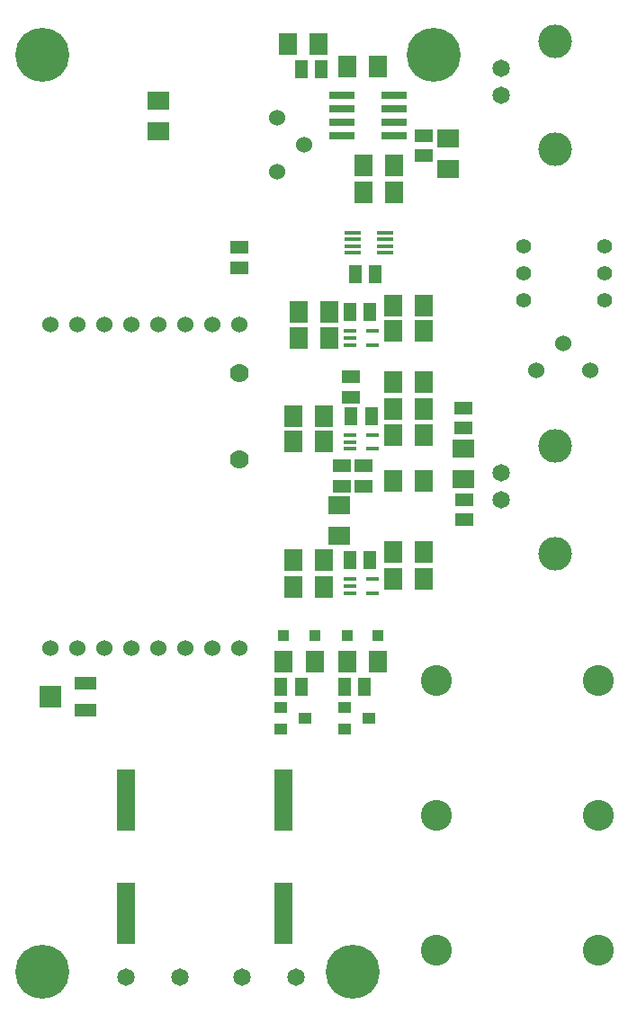
<source format=gbr>
G04 #@! TF.FileFunction,Soldermask,Top*
%FSLAX46Y46*%
G04 Gerber Fmt 4.6, Leading zero omitted, Abs format (unit mm)*
G04 Created by KiCad (PCBNEW (after 2015-mar-04 BZR unknown)-product) date 11/22/2015 6:31:28 PM*
%MOMM*%
G01*
G04 APERTURE LIST*
%ADD10C,0.100000*%
%ADD11R,2.032000X2.032000*%
%ADD12R,2.159000X1.270000*%
%ADD13R,1.524000X0.457200*%
%ADD14R,2.387600X0.787400*%
%ADD15R,1.168400X0.457200*%
%ADD16C,1.651000*%
%ADD17C,1.397000*%
%ADD18C,1.524000*%
%ADD19R,1.143000X1.651000*%
%ADD20R,1.651000X2.032000*%
%ADD21R,2.032000X1.651000*%
%ADD22R,1.651000X1.143000*%
%ADD23R,1.270000X1.016000*%
%ADD24C,2.921000*%
%ADD25C,3.175000*%
%ADD26R,1.016000X1.016000*%
%ADD27R,1.778000X5.842000*%
%ADD28C,1.778000*%
%ADD29C,5.080000*%
G04 APERTURE END LIST*
D10*
D11*
X29972000Y-89662000D03*
D12*
X33274000Y-88392000D03*
X33274000Y-90932000D03*
D13*
X58420000Y-45974000D03*
X58420000Y-46609000D03*
X58420000Y-47244000D03*
X58420000Y-47879000D03*
X61468000Y-45974000D03*
X61468000Y-46609000D03*
X61468000Y-47244000D03*
X61468000Y-47879000D03*
D14*
X57404000Y-33020000D03*
X57404000Y-34290000D03*
X57404000Y-35560000D03*
X57404000Y-36830000D03*
X62357000Y-36830000D03*
X62357000Y-35560000D03*
X62357000Y-34290000D03*
X62357000Y-33020000D03*
D15*
X60325000Y-55245000D03*
X60325000Y-56565800D03*
X58166000Y-55245000D03*
X58166000Y-56565800D03*
X58166000Y-55905400D03*
X60325000Y-65024000D03*
X60325000Y-66344800D03*
X58166000Y-65024000D03*
X58166000Y-66344800D03*
X58166000Y-65684400D03*
X60325000Y-78613000D03*
X60325000Y-79933800D03*
X58166000Y-78613000D03*
X58166000Y-79933800D03*
X58166000Y-79273400D03*
D16*
X53086000Y-116078000D03*
X48006000Y-116078000D03*
X42164000Y-116078000D03*
X37084000Y-116078000D03*
D17*
X74549000Y-47244000D03*
X74549000Y-49784000D03*
X74549000Y-52324000D03*
X82169000Y-52324000D03*
X82169000Y-49784000D03*
X82169000Y-47244000D03*
D18*
X53848000Y-37719000D03*
X51308000Y-40259000D03*
X51308000Y-35179000D03*
D19*
X53594000Y-88773000D03*
X51689000Y-88773000D03*
X59563000Y-88773000D03*
X57658000Y-88773000D03*
D20*
X59436000Y-42164000D03*
X62357000Y-42164000D03*
D21*
X40132000Y-33528000D03*
X40132000Y-36449000D03*
D22*
X47752000Y-47371000D03*
X47752000Y-49276000D03*
D20*
X62357000Y-39624000D03*
X59436000Y-39624000D03*
X60833000Y-30353000D03*
X57912000Y-30353000D03*
D22*
X58293000Y-59563000D03*
X58293000Y-61468000D03*
D20*
X65151000Y-52832000D03*
X62230000Y-52832000D03*
X56261000Y-53467000D03*
X53340000Y-53467000D03*
D19*
X58166000Y-53467000D03*
X60071000Y-53467000D03*
D20*
X52832000Y-63246000D03*
X55753000Y-63246000D03*
X62230000Y-62611000D03*
X65151000Y-62611000D03*
X52832000Y-76835000D03*
X55753000Y-76835000D03*
X62230000Y-76073000D03*
X65151000Y-76073000D03*
D19*
X58674000Y-49911000D03*
X60579000Y-49911000D03*
D20*
X65151000Y-60071000D03*
X62230000Y-60071000D03*
D19*
X58293000Y-63246000D03*
X60198000Y-63246000D03*
D20*
X65151000Y-69342000D03*
X62230000Y-69342000D03*
D19*
X58166000Y-76835000D03*
X60071000Y-76835000D03*
D22*
X59436000Y-69850000D03*
X59436000Y-67945000D03*
X68961000Y-73025000D03*
X68961000Y-71120000D03*
D23*
X51689000Y-92710000D03*
X51689000Y-90678000D03*
X53975000Y-91694000D03*
X57658000Y-92710000D03*
X57658000Y-90678000D03*
X59944000Y-91694000D03*
D22*
X57404000Y-69850000D03*
X57404000Y-67945000D03*
X68834000Y-64389000D03*
X68834000Y-62484000D03*
D24*
X81534000Y-113538000D03*
X66294000Y-113538000D03*
X81534000Y-100838000D03*
X66294000Y-100838000D03*
X81534000Y-88138000D03*
X66294000Y-88138000D03*
D25*
X77470000Y-38100000D03*
D16*
X72390000Y-33020000D03*
X72390000Y-30480000D03*
D25*
X77470000Y-27940000D03*
X77470000Y-76200000D03*
D16*
X72390000Y-71120000D03*
X72390000Y-68580000D03*
D25*
X77470000Y-66040000D03*
D26*
X51943000Y-83947000D03*
X54864000Y-83947000D03*
X60833000Y-83947000D03*
X57912000Y-83947000D03*
D27*
X51943000Y-99441000D03*
X51943000Y-110109000D03*
X37084000Y-99441000D03*
X37084000Y-110109000D03*
D20*
X54864000Y-86360000D03*
X51943000Y-86360000D03*
X60833000Y-86360000D03*
X57912000Y-86360000D03*
D22*
X65151000Y-36830000D03*
X65151000Y-38735000D03*
D19*
X55499000Y-30607000D03*
X53594000Y-30607000D03*
D21*
X67437000Y-37084000D03*
X67437000Y-40005000D03*
D20*
X55245000Y-28194000D03*
X52324000Y-28194000D03*
X62230000Y-55245000D03*
X65151000Y-55245000D03*
X56261000Y-55880000D03*
X53340000Y-55880000D03*
D21*
X68834000Y-69215000D03*
X68834000Y-66294000D03*
D20*
X55753000Y-65659000D03*
X52832000Y-65659000D03*
X62230000Y-65024000D03*
X65151000Y-65024000D03*
X55753000Y-79375000D03*
X52832000Y-79375000D03*
X62230000Y-78613000D03*
X65151000Y-78613000D03*
D21*
X57150000Y-74549000D03*
X57150000Y-71628000D03*
D18*
X78232000Y-56388000D03*
X80772000Y-58928000D03*
X75692000Y-58928000D03*
X29972000Y-85090000D03*
X32512000Y-85090000D03*
X35052000Y-85090000D03*
X37592000Y-85090000D03*
X40132000Y-85090000D03*
X42672000Y-85090000D03*
X45212000Y-85090000D03*
X47752000Y-85090000D03*
X29972000Y-54610000D03*
X32512000Y-54610000D03*
X35052000Y-54610000D03*
X37592000Y-54610000D03*
X40132000Y-54610000D03*
X42672000Y-54610000D03*
X45212000Y-54610000D03*
X47752000Y-54610000D03*
D28*
X47752000Y-67310000D03*
X47752000Y-59182000D03*
D29*
X29210000Y-29210000D03*
X66040000Y-29210000D03*
X29210000Y-115570000D03*
X58420000Y-115570000D03*
M02*

</source>
